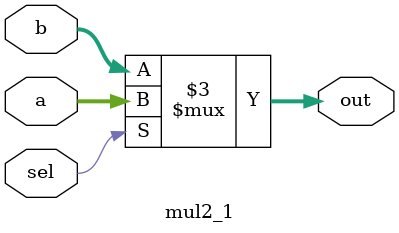
<source format=v>
`timescale 1ns / 1ps


module mul2_1(
input [31:0] a, b,
input sel,
output reg [31:0] out
    );
     always @(*) begin
  if (sel) 
  out = a;
  else 
  out = b; 
     end
endmodule

</source>
